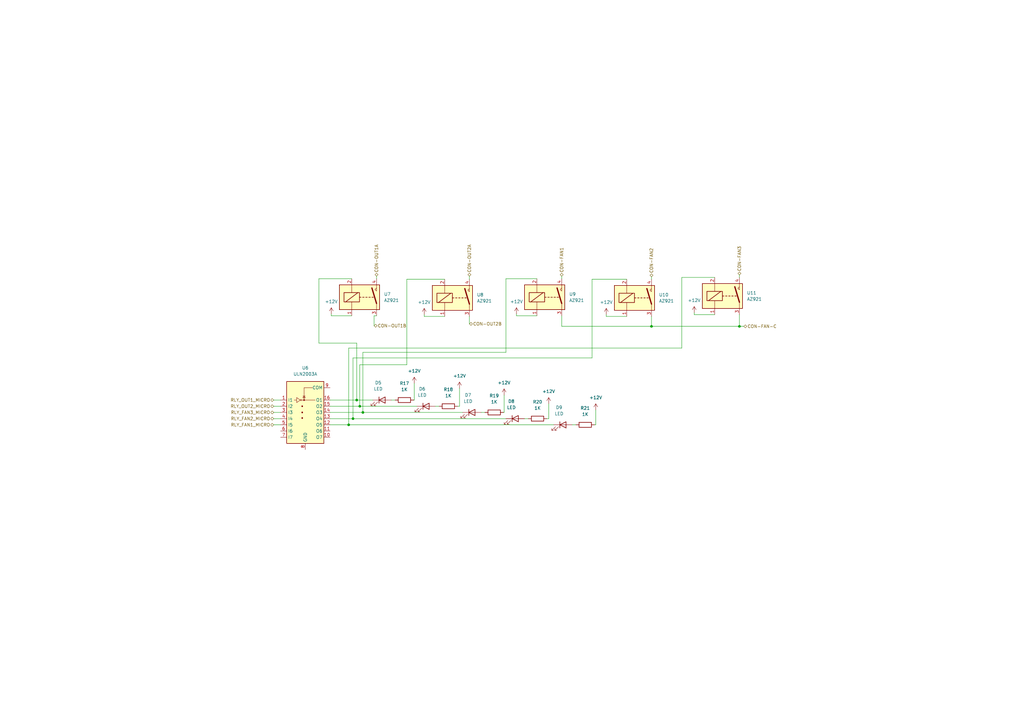
<source format=kicad_sch>
(kicad_sch (version 20211123) (generator eeschema)
  (paper "A3")
  (lib_symbols
    (symbol "Device:LED" (pin_numbers hide) (pin_names (offset 1.016) hide)
      (property "Reference" "D" (at 0 2.54 0))
      (property "Value" "LED" (at 0 -2.54 0))
      (symbol "LED_0_1"
        (polyline (pts (xy -1.27 -1.27) (xy -1.27 1.27)) (stroke (width 0.254)))
        (polyline (pts (xy -1.27 0) (xy 1.27 0)))
        (polyline (pts (xy 1.27 -1.27) (xy 1.27 1.27) (xy -1.27 0) (xy 1.27 -1.27)) (stroke (width 0.254)))
        (polyline (pts (xy -3.048 -0.762) (xy -4.572 -2.286) (xy -3.81 -2.286) (xy -4.572 -2.286) (xy -4.572 -1.524)))
        (polyline (pts (xy -1.778 -0.762) (xy -3.302 -2.286) (xy -2.54 -2.286) (xy -3.302 -2.286) (xy -3.302 -1.524)))
      )
      (symbol "LED_1_1"
        (pin passive line (at -3.81 0 0) (length 2.54) (name "K") (number "1"))
        (pin passive line (at 3.81 0 180) (length 2.54) (name "A") (number "2"))
      )
    )
    (symbol "Device:R" (pin_numbers hide) (pin_names (offset 0))
      (property "Reference" "R" (at 2.032 0 90))
      (property "Value" "R" (at 0 0 90))
      (symbol "R_0_1"
        (rectangle (start -1.016 -2.54) (end 1.016 2.54) (stroke (width 0.254)))
      )
      (symbol "R_1_1"
        (pin passive line (at 0 3.81 270) (length 1.27) (name "~") (number "1"))
        (pin passive line (at 0 -3.81 90) (length 1.27) (name "~") (number "2"))
      )
    )
    (symbol "Transistor_Array:ULN2003A"
      (property "Reference" "U" (at 0 15.875 0))
      (property "Value" "ULN2003A" (at 0 13.97 0))
      (symbol "ULN2003A_0_1"
        (rectangle (start -7.62 -12.7) (end 7.62 12.7) (stroke (width 0.254)) (fill (type background)))
        (circle (center -1.778 5.08) (radius 0.254))
        (circle (center -1.27 -2.286) (radius 0.254) (fill (type outline)))
        (circle (center -1.27 0) (radius 0.254) (fill (type outline)))
        (circle (center -1.27 2.54) (radius 0.254) (fill (type outline)))
        (circle (center -0.508 5.08) (radius 0.254) (fill (type outline)))
        (polyline (pts (xy -4.572 5.08) (xy -3.556 5.08)))
        (polyline (pts (xy -1.524 5.08) (xy 4.064 5.08)))
        (polyline (pts (xy 0 6.731) (xy -1.016 6.731)))
        (polyline (pts (xy -0.508 5.08) (xy -0.508 10.16) (xy 2.921 10.16)))
        (polyline (pts (xy -3.556 6.096) (xy -3.556 4.064) (xy -2.032 5.08) (xy -3.556 6.096)))
        (polyline (pts (xy 0 5.969) (xy -1.016 5.969) (xy -0.508 6.731) (xy 0 5.969)))
      )
      (symbol "ULN2003A_1_1"
        (pin input line (at -10.16 5.08 0) (length 2.54) (name "I1") (number "1"))
        (pin open_collector line (at 10.16 -10.16 180) (length 2.54) (name "O7") (number "10"))
        (pin open_collector line (at 10.16 -7.62 180) (length 2.54) (name "O6") (number "11"))
        (pin open_collector line (at 10.16 -5.08 180) (length 2.54) (name "O5") (number "12"))
        (pin open_collector line (at 10.16 -2.54 180) (length 2.54) (name "O4") (number "13"))
        (pin open_collector line (at 10.16 0 180) (length 2.54) (name "O3") (number "14"))
        (pin open_collector line (at 10.16 2.54 180) (length 2.54) (name "O2") (number "15"))
        (pin open_collector line (at 10.16 5.08 180) (length 2.54) (name "O1") (number "16"))
        (pin input line (at -10.16 2.54 0) (length 2.54) (name "I2") (number "2"))
        (pin input line (at -10.16 0 0) (length 2.54) (name "I3") (number "3"))
        (pin input line (at -10.16 -2.54 0) (length 2.54) (name "I4") (number "4"))
        (pin input line (at -10.16 -5.08 0) (length 2.54) (name "I5") (number "5"))
        (pin input line (at -10.16 -7.62 0) (length 2.54) (name "I6") (number "6"))
        (pin input line (at -10.16 -10.16 0) (length 2.54) (name "I7") (number "7"))
        (pin power_in line (at 0 -15.24 90) (length 2.54) (name "GND") (number "8"))
        (pin passive line (at 10.16 10.16 180) (length 2.54) (name "COM") (number "9"))
      )
    )
    (symbol "nuevos simvolos:AZ921"
      (property "Reference" "U" (at -12.7 1.27 0))
      (property "Value" "AZ921" (at -12.7 -1.27 0))
      (symbol "AZ921_0_0"
        (polyline (pts (xy 6.35 5.08) (xy 6.35 2.54) (xy 5.715 3.175) (xy 6.35 3.81)))
      )
      (symbol "AZ921_0_1"
        (rectangle (start -8.89 5.08) (end 7.62 -5.08) (stroke (width 0.254)) (fill (type background)))
        (rectangle (start -6.985 1.905) (end -0.635 -1.905) (stroke (width 0.254)))
        (polyline (pts (xy -6.35 -1.905) (xy -1.27 1.905)) (stroke (width 0.254)))
        (polyline (pts (xy -3.81 -5.08) (xy -3.81 -1.905)))
        (polyline (pts (xy -3.81 5.08) (xy -3.81 1.905)))
        (polyline (pts (xy -0.635 0) (xy 0 0)) (stroke (width 0.254)))
        (polyline (pts (xy 0.635 0) (xy 1.27 0)) (stroke (width 0.254)))
        (polyline (pts (xy 1.905 0) (xy 2.54 0)) (stroke (width 0.254)))
        (polyline (pts (xy 3.175 0) (xy 3.81 0)) (stroke (width 0.254)))
        (polyline (pts (xy 4.445 0) (xy 5.08 0)) (stroke (width 0.254)))
        (polyline (pts (xy 6.35 -2.54) (xy 4.445 3.81)) (stroke (width 0.508)))
        (polyline (pts (xy 6.35 -2.54) (xy 6.35 -5.08)))
      )
      (symbol "AZ921_1_1"
        (pin passive line (at -3.81 -7.62 90) (length 2.54) (name "~") (number "1"))
        (pin passive line (at -3.81 7.62 270) (length 2.54) (name "~") (number "2"))
        (pin passive line (at 6.35 -7.62 90) (length 2.54) (name "~") (number "3"))
        (pin passive line (at 6.35 7.62 270) (length 2.54) (name "~") (number "4"))
      )
    )
    (symbol "power:+12V" (power) (pin_names (offset 0))
      (property "Value" "+12V" (at 0 3.556 0))
      (symbol "+12V_0_1"
        (polyline (pts (xy -0.762 1.27) (xy 0 2.54)))
        (polyline (pts (xy 0 0) (xy 0 2.54)))
        (polyline (pts (xy 0 2.54) (xy 0.762 1.27)))
      )
      (symbol "+12V_1_1"
        (pin power_in line (at 0 0 90) (length 0) hide (name "+12V") (number "1"))
      )
    )
  )
  (junction (at 148.844 169.164))
  (junction (at 147.574 166.624))
  (junction (at 267.208 133.858))
  (junction (at 143.002 174.244))
  (junction (at 144.78 171.704))
  (junction (at 146.304 164.084))
  (junction (at 303.276 133.858))
  (wire (pts (xy 188.468 159.258) (xy 188.468 166.624)))
  (wire (pts (xy 135.382 174.244) (xy 143.002 174.244)))
  (wire (pts (xy 130.81 140.716) (xy 146.304 140.716)))
  (wire (pts (xy 220.218 129.54) (xy 211.836 129.54)))
  (wire (pts (xy 284.734 128.27) (xy 284.734 129.032)))
  (wire (pts (xy 207.518 114.3) (xy 207.518 144.526)))
  (wire (pts (xy 182.372 114.554) (xy 166.878 114.554)))
  (wire (pts (xy 166.878 114.554) (xy 166.878 149.606)))
  (wire (pts (xy 257.048 114.554) (xy 242.824 114.554)))
  (wire (pts (xy 112.268 174.244) (xy 115.062 174.244)))
  (wire (pts (xy 144.78 146.812) (xy 144.78 171.704)))
  (wire (pts (xy 135.382 164.084) (xy 146.304 164.084)))
  (wire (pts (xy 144.272 129.54) (xy 135.89 129.54)))
  (wire (pts (xy 112.268 171.704) (xy 115.062 171.704)))
  (wire (pts (xy 242.824 114.554) (xy 242.824 146.812)))
  (wire (pts (xy 135.382 171.704) (xy 144.78 171.704)))
  (wire (pts (xy 242.824 146.812) (xy 144.78 146.812)))
  (wire (pts (xy 267.208 129.794) (xy 267.208 133.858)))
  (wire (pts (xy 144.78 171.704) (xy 207.518 171.704)))
  (wire (pts (xy 144.272 114.3) (xy 130.81 114.3)))
  (wire (pts (xy 244.348 168.148) (xy 244.348 174.244)))
  (wire (pts (xy 248.666 129.794) (xy 248.666 129.032)))
  (wire (pts (xy 225.044 165.608) (xy 225.044 171.704)))
  (wire (pts (xy 197.358 169.164) (xy 198.882 169.164)))
  (wire (pts (xy 257.048 129.794) (xy 248.666 129.794)))
  (wire (pts (xy 225.044 171.704) (xy 224.282 171.704)))
  (wire (pts (xy 143.002 174.244) (xy 227.076 174.244)))
  (wire (pts (xy 303.276 112.776) (xy 303.276 113.792)))
  (wire (pts (xy 148.844 144.526) (xy 148.844 169.164)))
  (wire (pts (xy 173.99 129.794) (xy 173.99 129.032)))
  (wire (pts (xy 154.432 113.284) (xy 154.432 114.3)))
  (wire (pts (xy 146.304 140.716) (xy 146.304 164.084)))
  (wire (pts (xy 135.89 129.54) (xy 135.89 128.778)))
  (wire (pts (xy 244.348 174.244) (xy 243.84 174.244)))
  (wire (pts (xy 143.002 142.748) (xy 143.002 174.244)))
  (wire (pts (xy 192.532 129.794) (xy 192.532 132.842)))
  (wire (pts (xy 178.562 166.624) (xy 180.086 166.624)))
  (wire (pts (xy 207.518 144.526) (xy 148.844 144.526)))
  (wire (pts (xy 211.836 129.54) (xy 211.836 128.778)))
  (wire (pts (xy 135.382 169.164) (xy 148.844 169.164)))
  (wire (pts (xy 188.468 166.624) (xy 187.706 166.624)))
  (wire (pts (xy 284.734 129.032) (xy 293.116 129.032)))
  (wire (pts (xy 153.416 129.54) (xy 154.432 129.54)))
  (wire (pts (xy 160.528 164.084) (xy 162.052 164.084)))
  (wire (pts (xy 279.654 142.748) (xy 143.002 142.748)))
  (wire (pts (xy 146.304 164.084) (xy 152.908 164.084)))
  (wire (pts (xy 112.268 164.084) (xy 115.062 164.084)))
  (wire (pts (xy 182.372 129.794) (xy 173.99 129.794)))
  (wire (pts (xy 206.756 162.052) (xy 206.756 169.164)))
  (wire (pts (xy 112.268 169.164) (xy 115.062 169.164)))
  (wire (pts (xy 303.276 133.858) (xy 303.276 129.032)))
  (wire (pts (xy 206.756 169.164) (xy 206.502 169.164)))
  (wire (pts (xy 230.378 113.284) (xy 230.378 114.3)))
  (wire (pts (xy 153.416 133.604) (xy 153.416 129.54)))
  (wire (pts (xy 147.574 166.624) (xy 170.942 166.624)))
  (wire (pts (xy 267.208 113.538) (xy 267.208 114.554)))
  (wire (pts (xy 169.926 157.226) (xy 169.926 164.084)))
  (wire (pts (xy 112.268 166.624) (xy 115.062 166.624)))
  (wire (pts (xy 148.844 169.164) (xy 189.738 169.164)))
  (wire (pts (xy 303.276 133.858) (xy 305.054 133.858)))
  (wire (pts (xy 192.532 113.284) (xy 192.532 114.554)))
  (wire (pts (xy 166.878 149.606) (xy 147.574 149.606)))
  (wire (pts (xy 293.116 113.792) (xy 279.654 113.792)))
  (wire (pts (xy 135.382 166.624) (xy 147.574 166.624)))
  (wire (pts (xy 147.574 149.606) (xy 147.574 166.624)))
  (wire (pts (xy 130.81 114.3) (xy 130.81 140.716)))
  (wire (pts (xy 215.138 171.704) (xy 216.662 171.704)))
  (wire (pts (xy 230.378 133.858) (xy 267.208 133.858)))
  (wire (pts (xy 279.654 113.792) (xy 279.654 142.748)))
  (wire (pts (xy 230.378 129.54) (xy 230.378 133.858)))
  (wire (pts (xy 267.208 133.858) (xy 303.276 133.858)))
  (wire (pts (xy 220.218 114.3) (xy 207.518 114.3)))
  (wire (pts (xy 234.696 174.244) (xy 236.22 174.244)))
  (wire (pts (xy 169.926 164.084) (xy 169.672 164.084)))
  (hierarchical_label "RLY_OUT1_MICRO" (shape bidirectional) (at 112.268 164.084 180))
  (hierarchical_label "CON-FAN1" (shape bidirectional) (at 230.378 113.284 90))
  (hierarchical_label "CON-OUT2B" (shape bidirectional) (at 192.532 132.842 0))
  (hierarchical_label "RLY_FAN2_MICRO" (shape bidirectional) (at 112.268 171.704 180))
  (hierarchical_label "RLY_OUT2_MICRO" (shape bidirectional) (at 112.268 166.624 180))
  (hierarchical_label "RLY_FAN1_MICRO" (shape bidirectional) (at 112.268 174.244 180))
  (hierarchical_label "CON-OUT2A" (shape bidirectional) (at 192.532 113.284 90))
  (hierarchical_label "CON-OUT1A" (shape bidirectional) (at 154.432 113.284 90))
  (hierarchical_label "CON-FAN2" (shape bidirectional) (at 267.208 113.538 90))
  (hierarchical_label "RLY_FAN3_MICRO" (shape bidirectional) (at 112.268 169.164 180))
  (hierarchical_label "CON-FAN-C" (shape bidirectional) (at 305.054 133.858 0))
  (hierarchical_label "CON-OUT1B" (shape bidirectional) (at 153.416 133.604 0))
  (hierarchical_label "CON-FAN3" (shape bidirectional) (at 303.276 112.776 90))
  (symbol (lib_id "power:+12V") (at 173.99 129.032 0) (unit 1)
    (property "Reference" "#PWR0121" (effects hide))
    (property "Value" "+12V" (at 173.99 123.952 0))
  )
  (symbol (lib_id "nuevos simvolos:AZ921") (at 296.926 121.412 0) (unit 1)
    (property "Reference" "U11" (at 306.324 120.1419 0) (effects (justify left)))
    (property "Value" "AZ921" (at 306.324 122.6819 0) (effects (justify left)))
    (property "Footprint" "nuevo simbolo:AZ921" (effects hide))
  )
  (symbol (lib_id "Device:R") (at 220.472 171.704 90) (unit 1)
    (property "Reference" "R20" (at 220.472 164.846 90))
    (property "Value" "1K" (at 220.472 167.386 90))
    (property "Footprint" "Resistor_SMD:R_0805_2012Metric" (effects hide))
  )
  (symbol (lib_id "power:+12V") (at 211.836 128.778 0) (unit 1)
    (property "Reference" "#PWR0128" (effects hide))
    (property "Value" "+12V" (at 211.836 123.698 0))
  )
  (symbol (lib_id "Device:LED") (at 211.328 171.704 0) (unit 1)
    (property "Reference" "D8" (at 209.7405 164.592 0))
    (property "Value" "LED" (at 209.7405 167.132 0))
    (property "Footprint" "LED_SMD:LED_0805_2012Metric" (effects hide))
  )
  (symbol (lib_id "Device:LED") (at 174.752 166.624 0) (unit 1)
    (property "Reference" "D6" (at 173.1645 159.512 0))
    (property "Value" "LED" (at 173.1645 162.052 0))
    (property "Footprint" "LED_SMD:LED_0805_2012Metric" (effects hide))
  )
  (symbol (lib_id "Device:R") (at 165.862 164.084 90) (unit 1)
    (property "Reference" "R17" (at 165.862 157.226 90))
    (property "Value" "1K" (at 165.862 159.766 90))
    (property "Footprint" "Resistor_SMD:R_0805_2012Metric" (effects hide))
  )
  (symbol (lib_id "power:+12V") (at 169.926 157.226 0) (unit 1)
    (property "Reference" "#PWR0123" (effects hide))
    (property "Value" "+12V" (at 169.926 152.146 0))
  )
  (symbol (lib_id "power:+12V") (at 135.89 128.778 0) (unit 1)
    (property "Reference" "#PWR0126" (effects hide))
    (property "Value" "+12V" (at 135.89 123.698 0))
  )
  (symbol (lib_id "power:+12V") (at 188.468 159.258 0) (unit 1)
    (property "Reference" "#PWR0122" (effects hide))
    (property "Value" "+12V" (at 188.468 154.178 0))
  )
  (symbol (lib_id "nuevos simvolos:AZ921") (at 186.182 122.174 0) (unit 1)
    (property "Reference" "U8" (at 195.58 120.9039 0) (effects (justify left)))
    (property "Value" "AZ921" (at 195.58 123.4439 0) (effects (justify left)))
    (property "Footprint" "nuevo simbolo:AZ921" (effects hide))
  )
  (symbol (lib_id "Device:LED") (at 156.718 164.084 0) (unit 1)
    (property "Reference" "D5" (at 155.1305 156.972 0))
    (property "Value" "LED" (at 155.1305 159.512 0))
    (property "Footprint" "LED_SMD:LED_0805_2012Metric" (effects hide))
  )
  (symbol (lib_id "Device:R") (at 240.03 174.244 90) (unit 1)
    (property "Reference" "R21" (at 240.03 167.386 90))
    (property "Value" "1K" (at 240.03 169.926 90))
    (property "Footprint" "Resistor_SMD:R_0805_2012Metric" (effects hide))
  )
  (symbol (lib_id "Transistor_Array:ULN2003A") (at 125.222 169.164 0) (unit 1)
    (property "Reference" "U6" (at 125.222 150.876 0))
    (property "Value" "ULN2003A" (at 125.222 153.416 0))
    (property "Footprint" "Package_SO:SOIC-16_3.9x9.9mm_P1.27mm" (effects hide))
    (property "Datasheet" "http://www.ti.com/lit/ds/symlink/uln2003a.pdf" (effects hide))
  )
  (symbol (lib_id "power:+12V") (at 284.734 128.27 0) (unit 1)
    (property "Reference" "#PWR0124" (effects hide))
    (property "Value" "+12V" (at 284.734 123.19 0))
  )
  (symbol (lib_id "power:+12V") (at 244.348 168.148 0) (unit 1)
    (property "Reference" "#PWR0129" (effects hide))
    (property "Value" "+12V" (at 244.348 163.068 0))
  )
  (symbol (lib_id "Device:LED") (at 230.886 174.244 0) (unit 1)
    (property "Reference" "D9" (at 229.2985 167.132 0))
    (property "Value" "LED" (at 229.2985 169.672 0))
    (property "Footprint" "LED_SMD:LED_0805_2012Metric" (effects hide))
  )
  (symbol (lib_id "nuevos simvolos:AZ921") (at 224.028 121.92 0) (unit 1)
    (property "Reference" "U9" (at 233.426 120.6499 0) (effects (justify left)))
    (property "Value" "AZ921" (at 233.426 123.1899 0) (effects (justify left)))
    (property "Footprint" "nuevo simbolo:AZ921" (effects hide))
  )
  (symbol (lib_id "nuevos simvolos:AZ921") (at 260.858 122.174 0) (unit 1)
    (property "Reference" "U10" (at 270.256 120.9039 0) (effects (justify left)))
    (property "Value" "AZ921" (at 270.256 123.4439 0) (effects (justify left)))
    (property "Footprint" "nuevo simbolo:AZ921" (effects hide))
  )
  (symbol (lib_id "Device:LED") (at 193.548 169.164 0) (unit 1)
    (property "Reference" "D7" (at 191.9605 162.052 0))
    (property "Value" "LED" (at 191.9605 164.592 0))
    (property "Footprint" "LED_SMD:LED_0805_2012Metric" (effects hide))
  )
  (symbol (lib_id "Device:R") (at 202.692 169.164 90) (unit 1)
    (property "Reference" "R19" (at 202.692 162.306 90))
    (property "Value" "1K" (at 202.692 164.846 90))
    (property "Footprint" "Resistor_SMD:R_0805_2012Metric" (effects hide))
  )
  (symbol (lib_id "Device:R") (at 183.896 166.624 90) (unit 1)
    (property "Reference" "R18" (at 183.896 159.766 90))
    (property "Value" "1K" (at 183.896 162.306 90))
    (property "Footprint" "Resistor_SMD:R_0805_2012Metric" (effects hide))
  )
  (symbol (lib_id "power:+12V") (at 225.044 165.608 0) (unit 1)
    (property "Reference" "#PWR0130" (effects hide))
    (property "Value" "+12V" (at 225.044 160.528 0))
  )
  (symbol (lib_id "nuevos simvolos:AZ921") (at 148.082 121.92 0) (unit 1)
    (property "Reference" "U7" (at 157.48 120.6499 0) (effects (justify left)))
    (property "Value" "AZ921" (at 157.48 123.1899 0) (effects (justify left)))
    (property "Footprint" "nuevo simbolo:AZ921" (effects hide))
  )
  (symbol (lib_id "power:+12V") (at 248.666 129.032 0) (unit 1)
    (property "Reference" "#PWR0125" (effects hide))
    (property "Value" "+12V" (at 248.666 123.952 0))
  )
  (symbol (lib_id "power:+12V") (at 206.756 162.052 0) (unit 1)
    (property "Reference" "#PWR0127" (effects hide))
    (property "Value" "+12V" (at 206.756 156.972 0))
  )
)
</source>
